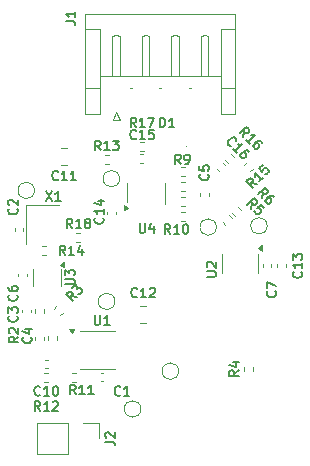
<source format=gbr>
%TF.GenerationSoftware,KiCad,Pcbnew,8.0.0*%
%TF.CreationDate,2024-03-24T11:45:01-04:00*%
%TF.ProjectId,sensor,73656e73-6f72-42e6-9b69-6361645f7063,rev?*%
%TF.SameCoordinates,Original*%
%TF.FileFunction,Legend,Top*%
%TF.FilePolarity,Positive*%
%FSLAX46Y46*%
G04 Gerber Fmt 4.6, Leading zero omitted, Abs format (unit mm)*
G04 Created by KiCad (PCBNEW 8.0.0) date 2024-03-24 11:45:01*
%MOMM*%
%LPD*%
G01*
G04 APERTURE LIST*
%ADD10C,0.127000*%
%ADD11C,0.150000*%
%ADD12C,0.120000*%
%ADD13C,0.100000*%
G04 APERTURE END LIST*
D10*
X98479317Y-61293372D02*
X98560129Y-60835436D01*
X98156068Y-60970123D02*
X98721754Y-60404437D01*
X98721754Y-60404437D02*
X98937253Y-60619937D01*
X98937253Y-60619937D02*
X98964191Y-60700749D01*
X98964191Y-60700749D02*
X98964191Y-60754624D01*
X98964191Y-60754624D02*
X98937253Y-60835436D01*
X98937253Y-60835436D02*
X98856441Y-60916248D01*
X98856441Y-60916248D02*
X98775629Y-60943185D01*
X98775629Y-60943185D02*
X98721754Y-60943185D01*
X98721754Y-60943185D02*
X98640942Y-60916248D01*
X98640942Y-60916248D02*
X98425442Y-60700749D01*
X99018065Y-61832120D02*
X98694817Y-61508871D01*
X98856441Y-61670495D02*
X99422126Y-61104810D01*
X99422126Y-61104810D02*
X99287439Y-61131747D01*
X99287439Y-61131747D02*
X99179690Y-61131747D01*
X99179690Y-61131747D02*
X99098878Y-61104810D01*
X100068624Y-61751308D02*
X99960875Y-61643558D01*
X99960875Y-61643558D02*
X99880062Y-61616621D01*
X99880062Y-61616621D02*
X99826188Y-61616621D01*
X99826188Y-61616621D02*
X99691501Y-61643558D01*
X99691501Y-61643558D02*
X99556814Y-61724370D01*
X99556814Y-61724370D02*
X99341314Y-61939869D01*
X99341314Y-61939869D02*
X99314377Y-62020682D01*
X99314377Y-62020682D02*
X99314377Y-62074556D01*
X99314377Y-62074556D02*
X99341314Y-62155369D01*
X99341314Y-62155369D02*
X99449064Y-62263118D01*
X99449064Y-62263118D02*
X99529876Y-62290056D01*
X99529876Y-62290056D02*
X99583751Y-62290056D01*
X99583751Y-62290056D02*
X99664563Y-62263118D01*
X99664563Y-62263118D02*
X99799250Y-62128431D01*
X99799250Y-62128431D02*
X99826188Y-62047619D01*
X99826188Y-62047619D02*
X99826188Y-61993744D01*
X99826188Y-61993744D02*
X99799250Y-61912932D01*
X99799250Y-61912932D02*
X99691501Y-61805182D01*
X99691501Y-61805182D02*
X99610688Y-61778245D01*
X99610688Y-61778245D02*
X99556814Y-61778245D01*
X99556814Y-61778245D02*
X99476001Y-61805182D01*
X83463491Y-51466666D02*
X84034919Y-51466666D01*
X84034919Y-51466666D02*
X84149205Y-51504761D01*
X84149205Y-51504761D02*
X84225396Y-51580952D01*
X84225396Y-51580952D02*
X84263491Y-51695237D01*
X84263491Y-51695237D02*
X84263491Y-51771428D01*
X84263491Y-50666666D02*
X84263491Y-51123809D01*
X84263491Y-50895237D02*
X83463491Y-50895237D01*
X83463491Y-50895237D02*
X83577776Y-50971428D01*
X83577776Y-50971428D02*
X83653967Y-51047618D01*
X83653967Y-51047618D02*
X83692062Y-51123809D01*
X95487300Y-64433332D02*
X95525396Y-64471428D01*
X95525396Y-64471428D02*
X95563491Y-64585713D01*
X95563491Y-64585713D02*
X95563491Y-64661904D01*
X95563491Y-64661904D02*
X95525396Y-64776190D01*
X95525396Y-64776190D02*
X95449205Y-64852380D01*
X95449205Y-64852380D02*
X95373015Y-64890475D01*
X95373015Y-64890475D02*
X95220634Y-64928571D01*
X95220634Y-64928571D02*
X95106348Y-64928571D01*
X95106348Y-64928571D02*
X94953967Y-64890475D01*
X94953967Y-64890475D02*
X94877776Y-64852380D01*
X94877776Y-64852380D02*
X94801586Y-64776190D01*
X94801586Y-64776190D02*
X94763491Y-64661904D01*
X94763491Y-64661904D02*
X94763491Y-64585713D01*
X94763491Y-64585713D02*
X94801586Y-64471428D01*
X94801586Y-64471428D02*
X94839681Y-64433332D01*
X94763491Y-63709523D02*
X94763491Y-64090475D01*
X94763491Y-64090475D02*
X95144443Y-64128571D01*
X95144443Y-64128571D02*
X95106348Y-64090475D01*
X95106348Y-64090475D02*
X95068253Y-64014285D01*
X95068253Y-64014285D02*
X95068253Y-63823809D01*
X95068253Y-63823809D02*
X95106348Y-63747618D01*
X95106348Y-63747618D02*
X95144443Y-63709523D01*
X95144443Y-63709523D02*
X95220634Y-63671428D01*
X95220634Y-63671428D02*
X95411110Y-63671428D01*
X95411110Y-63671428D02*
X95487300Y-63709523D01*
X95487300Y-63709523D02*
X95525396Y-63747618D01*
X95525396Y-63747618D02*
X95563491Y-63823809D01*
X95563491Y-63823809D02*
X95563491Y-64014285D01*
X95563491Y-64014285D02*
X95525396Y-64090475D01*
X95525396Y-64090475D02*
X95487300Y-64128571D01*
X79287300Y-74633332D02*
X79325396Y-74671428D01*
X79325396Y-74671428D02*
X79363491Y-74785713D01*
X79363491Y-74785713D02*
X79363491Y-74861904D01*
X79363491Y-74861904D02*
X79325396Y-74976190D01*
X79325396Y-74976190D02*
X79249205Y-75052380D01*
X79249205Y-75052380D02*
X79173015Y-75090475D01*
X79173015Y-75090475D02*
X79020634Y-75128571D01*
X79020634Y-75128571D02*
X78906348Y-75128571D01*
X78906348Y-75128571D02*
X78753967Y-75090475D01*
X78753967Y-75090475D02*
X78677776Y-75052380D01*
X78677776Y-75052380D02*
X78601586Y-74976190D01*
X78601586Y-74976190D02*
X78563491Y-74861904D01*
X78563491Y-74861904D02*
X78563491Y-74785713D01*
X78563491Y-74785713D02*
X78601586Y-74671428D01*
X78601586Y-74671428D02*
X78639681Y-74633332D01*
X78563491Y-73947618D02*
X78563491Y-74099999D01*
X78563491Y-74099999D02*
X78601586Y-74176190D01*
X78601586Y-74176190D02*
X78639681Y-74214285D01*
X78639681Y-74214285D02*
X78753967Y-74290475D01*
X78753967Y-74290475D02*
X78906348Y-74328571D01*
X78906348Y-74328571D02*
X79211110Y-74328571D01*
X79211110Y-74328571D02*
X79287300Y-74290475D01*
X79287300Y-74290475D02*
X79325396Y-74252380D01*
X79325396Y-74252380D02*
X79363491Y-74176190D01*
X79363491Y-74176190D02*
X79363491Y-74023809D01*
X79363491Y-74023809D02*
X79325396Y-73947618D01*
X79325396Y-73947618D02*
X79287300Y-73909523D01*
X79287300Y-73909523D02*
X79211110Y-73871428D01*
X79211110Y-73871428D02*
X79020634Y-73871428D01*
X79020634Y-73871428D02*
X78944443Y-73909523D01*
X78944443Y-73909523D02*
X78906348Y-73947618D01*
X78906348Y-73947618D02*
X78868253Y-74023809D01*
X78868253Y-74023809D02*
X78868253Y-74176190D01*
X78868253Y-74176190D02*
X78906348Y-74252380D01*
X78906348Y-74252380D02*
X78944443Y-74290475D01*
X78944443Y-74290475D02*
X79020634Y-74328571D01*
D11*
X81752380Y-65862295D02*
X82285714Y-66662295D01*
X82285714Y-65862295D02*
X81752380Y-66662295D01*
X83009523Y-66662295D02*
X82552380Y-66662295D01*
X82780952Y-66662295D02*
X82780952Y-65862295D01*
X82780952Y-65862295D02*
X82704761Y-65976580D01*
X82704761Y-65976580D02*
X82628571Y-66052771D01*
X82628571Y-66052771D02*
X82552380Y-66090866D01*
D10*
X89385714Y-60463491D02*
X89119047Y-60082538D01*
X88928571Y-60463491D02*
X88928571Y-59663491D01*
X88928571Y-59663491D02*
X89233333Y-59663491D01*
X89233333Y-59663491D02*
X89309523Y-59701586D01*
X89309523Y-59701586D02*
X89347618Y-59739681D01*
X89347618Y-59739681D02*
X89385714Y-59815872D01*
X89385714Y-59815872D02*
X89385714Y-59930157D01*
X89385714Y-59930157D02*
X89347618Y-60006348D01*
X89347618Y-60006348D02*
X89309523Y-60044443D01*
X89309523Y-60044443D02*
X89233333Y-60082538D01*
X89233333Y-60082538D02*
X88928571Y-60082538D01*
X90147618Y-60463491D02*
X89690475Y-60463491D01*
X89919047Y-60463491D02*
X89919047Y-59663491D01*
X89919047Y-59663491D02*
X89842856Y-59777776D01*
X89842856Y-59777776D02*
X89766666Y-59853967D01*
X89766666Y-59853967D02*
X89690475Y-59892062D01*
X90414285Y-59663491D02*
X90947619Y-59663491D01*
X90947619Y-59663491D02*
X90604761Y-60463491D01*
X83988214Y-68993491D02*
X83721547Y-68612538D01*
X83531071Y-68993491D02*
X83531071Y-68193491D01*
X83531071Y-68193491D02*
X83835833Y-68193491D01*
X83835833Y-68193491D02*
X83912023Y-68231586D01*
X83912023Y-68231586D02*
X83950118Y-68269681D01*
X83950118Y-68269681D02*
X83988214Y-68345872D01*
X83988214Y-68345872D02*
X83988214Y-68460157D01*
X83988214Y-68460157D02*
X83950118Y-68536348D01*
X83950118Y-68536348D02*
X83912023Y-68574443D01*
X83912023Y-68574443D02*
X83835833Y-68612538D01*
X83835833Y-68612538D02*
X83531071Y-68612538D01*
X84750118Y-68993491D02*
X84292975Y-68993491D01*
X84521547Y-68993491D02*
X84521547Y-68193491D01*
X84521547Y-68193491D02*
X84445356Y-68307776D01*
X84445356Y-68307776D02*
X84369166Y-68383967D01*
X84369166Y-68383967D02*
X84292975Y-68422062D01*
X85207261Y-68536348D02*
X85131071Y-68498253D01*
X85131071Y-68498253D02*
X85092976Y-68460157D01*
X85092976Y-68460157D02*
X85054880Y-68383967D01*
X85054880Y-68383967D02*
X85054880Y-68345872D01*
X85054880Y-68345872D02*
X85092976Y-68269681D01*
X85092976Y-68269681D02*
X85131071Y-68231586D01*
X85131071Y-68231586D02*
X85207261Y-68193491D01*
X85207261Y-68193491D02*
X85359642Y-68193491D01*
X85359642Y-68193491D02*
X85435833Y-68231586D01*
X85435833Y-68231586D02*
X85473928Y-68269681D01*
X85473928Y-68269681D02*
X85512023Y-68345872D01*
X85512023Y-68345872D02*
X85512023Y-68383967D01*
X85512023Y-68383967D02*
X85473928Y-68460157D01*
X85473928Y-68460157D02*
X85435833Y-68498253D01*
X85435833Y-68498253D02*
X85359642Y-68536348D01*
X85359642Y-68536348D02*
X85207261Y-68536348D01*
X85207261Y-68536348D02*
X85131071Y-68574443D01*
X85131071Y-68574443D02*
X85092976Y-68612538D01*
X85092976Y-68612538D02*
X85054880Y-68688729D01*
X85054880Y-68688729D02*
X85054880Y-68841110D01*
X85054880Y-68841110D02*
X85092976Y-68917300D01*
X85092976Y-68917300D02*
X85131071Y-68955396D01*
X85131071Y-68955396D02*
X85207261Y-68993491D01*
X85207261Y-68993491D02*
X85359642Y-68993491D01*
X85359642Y-68993491D02*
X85435833Y-68955396D01*
X85435833Y-68955396D02*
X85473928Y-68917300D01*
X85473928Y-68917300D02*
X85512023Y-68841110D01*
X85512023Y-68841110D02*
X85512023Y-68688729D01*
X85512023Y-68688729D02*
X85473928Y-68612538D01*
X85473928Y-68612538D02*
X85435833Y-68574443D01*
X85435833Y-68574443D02*
X85359642Y-68536348D01*
X99620687Y-65247997D02*
X99162751Y-65167185D01*
X99297438Y-65571246D02*
X98731752Y-65005560D01*
X98731752Y-65005560D02*
X98947252Y-64790061D01*
X98947252Y-64790061D02*
X99028064Y-64763123D01*
X99028064Y-64763123D02*
X99081939Y-64763123D01*
X99081939Y-64763123D02*
X99162751Y-64790061D01*
X99162751Y-64790061D02*
X99243563Y-64870873D01*
X99243563Y-64870873D02*
X99270500Y-64951685D01*
X99270500Y-64951685D02*
X99270500Y-65005560D01*
X99270500Y-65005560D02*
X99243563Y-65086372D01*
X99243563Y-65086372D02*
X99028064Y-65301872D01*
X100159435Y-64709249D02*
X99836186Y-65032497D01*
X99997810Y-64870873D02*
X99432125Y-64305188D01*
X99432125Y-64305188D02*
X99459062Y-64439875D01*
X99459062Y-64439875D02*
X99459062Y-64547624D01*
X99459062Y-64547624D02*
X99432125Y-64628436D01*
X100105560Y-63631752D02*
X99836186Y-63901126D01*
X99836186Y-63901126D02*
X100078623Y-64197438D01*
X100078623Y-64197438D02*
X100078623Y-64143563D01*
X100078623Y-64143563D02*
X100105560Y-64062751D01*
X100105560Y-64062751D02*
X100240247Y-63928064D01*
X100240247Y-63928064D02*
X100321059Y-63901126D01*
X100321059Y-63901126D02*
X100374934Y-63901126D01*
X100374934Y-63901126D02*
X100455746Y-63928064D01*
X100455746Y-63928064D02*
X100590433Y-64062751D01*
X100590433Y-64062751D02*
X100617371Y-64143563D01*
X100617371Y-64143563D02*
X100617371Y-64197438D01*
X100617371Y-64197438D02*
X100590433Y-64278250D01*
X100590433Y-64278250D02*
X100455746Y-64412937D01*
X100455746Y-64412937D02*
X100374934Y-64439874D01*
X100374934Y-64439874D02*
X100321059Y-64439874D01*
X84285714Y-83063491D02*
X84019047Y-82682538D01*
X83828571Y-83063491D02*
X83828571Y-82263491D01*
X83828571Y-82263491D02*
X84133333Y-82263491D01*
X84133333Y-82263491D02*
X84209523Y-82301586D01*
X84209523Y-82301586D02*
X84247618Y-82339681D01*
X84247618Y-82339681D02*
X84285714Y-82415872D01*
X84285714Y-82415872D02*
X84285714Y-82530157D01*
X84285714Y-82530157D02*
X84247618Y-82606348D01*
X84247618Y-82606348D02*
X84209523Y-82644443D01*
X84209523Y-82644443D02*
X84133333Y-82682538D01*
X84133333Y-82682538D02*
X83828571Y-82682538D01*
X85047618Y-83063491D02*
X84590475Y-83063491D01*
X84819047Y-83063491D02*
X84819047Y-82263491D01*
X84819047Y-82263491D02*
X84742856Y-82377776D01*
X84742856Y-82377776D02*
X84666666Y-82453967D01*
X84666666Y-82453967D02*
X84590475Y-82492062D01*
X85809523Y-83063491D02*
X85352380Y-83063491D01*
X85580952Y-83063491D02*
X85580952Y-82263491D01*
X85580952Y-82263491D02*
X85504761Y-82377776D01*
X85504761Y-82377776D02*
X85428571Y-82453967D01*
X85428571Y-82453967D02*
X85352380Y-82492062D01*
X88066667Y-83087300D02*
X88028571Y-83125396D01*
X88028571Y-83125396D02*
X87914286Y-83163491D01*
X87914286Y-83163491D02*
X87838095Y-83163491D01*
X87838095Y-83163491D02*
X87723809Y-83125396D01*
X87723809Y-83125396D02*
X87647619Y-83049205D01*
X87647619Y-83049205D02*
X87609524Y-82973015D01*
X87609524Y-82973015D02*
X87571428Y-82820634D01*
X87571428Y-82820634D02*
X87571428Y-82706348D01*
X87571428Y-82706348D02*
X87609524Y-82553967D01*
X87609524Y-82553967D02*
X87647619Y-82477776D01*
X87647619Y-82477776D02*
X87723809Y-82401586D01*
X87723809Y-82401586D02*
X87838095Y-82363491D01*
X87838095Y-82363491D02*
X87914286Y-82363491D01*
X87914286Y-82363491D02*
X88028571Y-82401586D01*
X88028571Y-82401586D02*
X88066667Y-82439681D01*
X88828571Y-83163491D02*
X88371428Y-83163491D01*
X88600000Y-83163491D02*
X88600000Y-82363491D01*
X88600000Y-82363491D02*
X88523809Y-82477776D01*
X88523809Y-82477776D02*
X88447619Y-82553967D01*
X88447619Y-82553967D02*
X88371428Y-82592062D01*
X79438491Y-78208332D02*
X79057538Y-78474999D01*
X79438491Y-78665475D02*
X78638491Y-78665475D01*
X78638491Y-78665475D02*
X78638491Y-78360713D01*
X78638491Y-78360713D02*
X78676586Y-78284523D01*
X78676586Y-78284523D02*
X78714681Y-78246428D01*
X78714681Y-78246428D02*
X78790872Y-78208332D01*
X78790872Y-78208332D02*
X78905157Y-78208332D01*
X78905157Y-78208332D02*
X78981348Y-78246428D01*
X78981348Y-78246428D02*
X79019443Y-78284523D01*
X79019443Y-78284523D02*
X79057538Y-78360713D01*
X79057538Y-78360713D02*
X79057538Y-78665475D01*
X78714681Y-77903571D02*
X78676586Y-77865475D01*
X78676586Y-77865475D02*
X78638491Y-77789285D01*
X78638491Y-77789285D02*
X78638491Y-77598809D01*
X78638491Y-77598809D02*
X78676586Y-77522618D01*
X78676586Y-77522618D02*
X78714681Y-77484523D01*
X78714681Y-77484523D02*
X78790872Y-77446428D01*
X78790872Y-77446428D02*
X78867062Y-77446428D01*
X78867062Y-77446428D02*
X78981348Y-77484523D01*
X78981348Y-77484523D02*
X79438491Y-77941666D01*
X79438491Y-77941666D02*
X79438491Y-77446428D01*
X86793491Y-87066666D02*
X87364919Y-87066666D01*
X87364919Y-87066666D02*
X87479205Y-87104761D01*
X87479205Y-87104761D02*
X87555396Y-87180952D01*
X87555396Y-87180952D02*
X87593491Y-87295237D01*
X87593491Y-87295237D02*
X87593491Y-87371428D01*
X86869681Y-86723809D02*
X86831586Y-86685713D01*
X86831586Y-86685713D02*
X86793491Y-86609523D01*
X86793491Y-86609523D02*
X86793491Y-86419047D01*
X86793491Y-86419047D02*
X86831586Y-86342856D01*
X86831586Y-86342856D02*
X86869681Y-86304761D01*
X86869681Y-86304761D02*
X86945872Y-86266666D01*
X86945872Y-86266666D02*
X87022062Y-86266666D01*
X87022062Y-86266666D02*
X87136348Y-86304761D01*
X87136348Y-86304761D02*
X87593491Y-86761904D01*
X87593491Y-86761904D02*
X87593491Y-86266666D01*
X79287300Y-67333332D02*
X79325396Y-67371428D01*
X79325396Y-67371428D02*
X79363491Y-67485713D01*
X79363491Y-67485713D02*
X79363491Y-67561904D01*
X79363491Y-67561904D02*
X79325396Y-67676190D01*
X79325396Y-67676190D02*
X79249205Y-67752380D01*
X79249205Y-67752380D02*
X79173015Y-67790475D01*
X79173015Y-67790475D02*
X79020634Y-67828571D01*
X79020634Y-67828571D02*
X78906348Y-67828571D01*
X78906348Y-67828571D02*
X78753967Y-67790475D01*
X78753967Y-67790475D02*
X78677776Y-67752380D01*
X78677776Y-67752380D02*
X78601586Y-67676190D01*
X78601586Y-67676190D02*
X78563491Y-67561904D01*
X78563491Y-67561904D02*
X78563491Y-67485713D01*
X78563491Y-67485713D02*
X78601586Y-67371428D01*
X78601586Y-67371428D02*
X78639681Y-67333332D01*
X78639681Y-67028571D02*
X78601586Y-66990475D01*
X78601586Y-66990475D02*
X78563491Y-66914285D01*
X78563491Y-66914285D02*
X78563491Y-66723809D01*
X78563491Y-66723809D02*
X78601586Y-66647618D01*
X78601586Y-66647618D02*
X78639681Y-66609523D01*
X78639681Y-66609523D02*
X78715872Y-66571428D01*
X78715872Y-66571428D02*
X78792062Y-66571428D01*
X78792062Y-66571428D02*
X78906348Y-66609523D01*
X78906348Y-66609523D02*
X79363491Y-67066666D01*
X79363491Y-67066666D02*
X79363491Y-66571428D01*
X95363491Y-73109523D02*
X96011110Y-73109523D01*
X96011110Y-73109523D02*
X96087300Y-73071428D01*
X96087300Y-73071428D02*
X96125396Y-73033333D01*
X96125396Y-73033333D02*
X96163491Y-72957142D01*
X96163491Y-72957142D02*
X96163491Y-72804761D01*
X96163491Y-72804761D02*
X96125396Y-72728571D01*
X96125396Y-72728571D02*
X96087300Y-72690476D01*
X96087300Y-72690476D02*
X96011110Y-72652380D01*
X96011110Y-72652380D02*
X95363491Y-72652380D01*
X95439681Y-72309524D02*
X95401586Y-72271428D01*
X95401586Y-72271428D02*
X95363491Y-72195238D01*
X95363491Y-72195238D02*
X95363491Y-72004762D01*
X95363491Y-72004762D02*
X95401586Y-71928571D01*
X95401586Y-71928571D02*
X95439681Y-71890476D01*
X95439681Y-71890476D02*
X95515872Y-71852381D01*
X95515872Y-71852381D02*
X95592062Y-71852381D01*
X95592062Y-71852381D02*
X95706348Y-71890476D01*
X95706348Y-71890476D02*
X96163491Y-72347619D01*
X96163491Y-72347619D02*
X96163491Y-71852381D01*
X98093491Y-81033332D02*
X97712538Y-81299999D01*
X98093491Y-81490475D02*
X97293491Y-81490475D01*
X97293491Y-81490475D02*
X97293491Y-81185713D01*
X97293491Y-81185713D02*
X97331586Y-81109523D01*
X97331586Y-81109523D02*
X97369681Y-81071428D01*
X97369681Y-81071428D02*
X97445872Y-81033332D01*
X97445872Y-81033332D02*
X97560157Y-81033332D01*
X97560157Y-81033332D02*
X97636348Y-81071428D01*
X97636348Y-81071428D02*
X97674443Y-81109523D01*
X97674443Y-81109523D02*
X97712538Y-81185713D01*
X97712538Y-81185713D02*
X97712538Y-81490475D01*
X97560157Y-80347618D02*
X98093491Y-80347618D01*
X97255396Y-80538094D02*
X97826824Y-80728571D01*
X97826824Y-80728571D02*
X97826824Y-80233332D01*
X91409524Y-60463491D02*
X91409524Y-59663491D01*
X91409524Y-59663491D02*
X91600000Y-59663491D01*
X91600000Y-59663491D02*
X91714286Y-59701586D01*
X91714286Y-59701586D02*
X91790476Y-59777776D01*
X91790476Y-59777776D02*
X91828571Y-59853967D01*
X91828571Y-59853967D02*
X91866667Y-60006348D01*
X91866667Y-60006348D02*
X91866667Y-60120634D01*
X91866667Y-60120634D02*
X91828571Y-60273015D01*
X91828571Y-60273015D02*
X91790476Y-60349205D01*
X91790476Y-60349205D02*
X91714286Y-60425396D01*
X91714286Y-60425396D02*
X91600000Y-60463491D01*
X91600000Y-60463491D02*
X91409524Y-60463491D01*
X92628571Y-60463491D02*
X92171428Y-60463491D01*
X92400000Y-60463491D02*
X92400000Y-59663491D01*
X92400000Y-59663491D02*
X92323809Y-59777776D01*
X92323809Y-59777776D02*
X92247619Y-59853967D01*
X92247619Y-59853967D02*
X92171428Y-59892062D01*
X80487300Y-78233332D02*
X80525396Y-78271428D01*
X80525396Y-78271428D02*
X80563491Y-78385713D01*
X80563491Y-78385713D02*
X80563491Y-78461904D01*
X80563491Y-78461904D02*
X80525396Y-78576190D01*
X80525396Y-78576190D02*
X80449205Y-78652380D01*
X80449205Y-78652380D02*
X80373015Y-78690475D01*
X80373015Y-78690475D02*
X80220634Y-78728571D01*
X80220634Y-78728571D02*
X80106348Y-78728571D01*
X80106348Y-78728571D02*
X79953967Y-78690475D01*
X79953967Y-78690475D02*
X79877776Y-78652380D01*
X79877776Y-78652380D02*
X79801586Y-78576190D01*
X79801586Y-78576190D02*
X79763491Y-78461904D01*
X79763491Y-78461904D02*
X79763491Y-78385713D01*
X79763491Y-78385713D02*
X79801586Y-78271428D01*
X79801586Y-78271428D02*
X79839681Y-78233332D01*
X80030157Y-77547618D02*
X80563491Y-77547618D01*
X79725396Y-77738094D02*
X80296824Y-77928571D01*
X80296824Y-77928571D02*
X80296824Y-77433332D01*
X89385714Y-61387300D02*
X89347618Y-61425396D01*
X89347618Y-61425396D02*
X89233333Y-61463491D01*
X89233333Y-61463491D02*
X89157142Y-61463491D01*
X89157142Y-61463491D02*
X89042856Y-61425396D01*
X89042856Y-61425396D02*
X88966666Y-61349205D01*
X88966666Y-61349205D02*
X88928571Y-61273015D01*
X88928571Y-61273015D02*
X88890475Y-61120634D01*
X88890475Y-61120634D02*
X88890475Y-61006348D01*
X88890475Y-61006348D02*
X88928571Y-60853967D01*
X88928571Y-60853967D02*
X88966666Y-60777776D01*
X88966666Y-60777776D02*
X89042856Y-60701586D01*
X89042856Y-60701586D02*
X89157142Y-60663491D01*
X89157142Y-60663491D02*
X89233333Y-60663491D01*
X89233333Y-60663491D02*
X89347618Y-60701586D01*
X89347618Y-60701586D02*
X89385714Y-60739681D01*
X90147618Y-61463491D02*
X89690475Y-61463491D01*
X89919047Y-61463491D02*
X89919047Y-60663491D01*
X89919047Y-60663491D02*
X89842856Y-60777776D01*
X89842856Y-60777776D02*
X89766666Y-60853967D01*
X89766666Y-60853967D02*
X89690475Y-60892062D01*
X90871428Y-60663491D02*
X90490476Y-60663491D01*
X90490476Y-60663491D02*
X90452380Y-61044443D01*
X90452380Y-61044443D02*
X90490476Y-61006348D01*
X90490476Y-61006348D02*
X90566666Y-60968253D01*
X90566666Y-60968253D02*
X90757142Y-60968253D01*
X90757142Y-60968253D02*
X90833333Y-61006348D01*
X90833333Y-61006348D02*
X90871428Y-61044443D01*
X90871428Y-61044443D02*
X90909523Y-61120634D01*
X90909523Y-61120634D02*
X90909523Y-61311110D01*
X90909523Y-61311110D02*
X90871428Y-61387300D01*
X90871428Y-61387300D02*
X90833333Y-61425396D01*
X90833333Y-61425396D02*
X90757142Y-61463491D01*
X90757142Y-61463491D02*
X90566666Y-61463491D01*
X90566666Y-61463491D02*
X90490476Y-61425396D01*
X90490476Y-61425396D02*
X90452380Y-61387300D01*
X99148692Y-67362746D02*
X99229504Y-66904810D01*
X98825443Y-67039497D02*
X99391128Y-66473812D01*
X99391128Y-66473812D02*
X99606628Y-66689311D01*
X99606628Y-66689311D02*
X99633565Y-66770123D01*
X99633565Y-66770123D02*
X99633565Y-66823998D01*
X99633565Y-66823998D02*
X99606628Y-66904810D01*
X99606628Y-66904810D02*
X99525815Y-66985622D01*
X99525815Y-66985622D02*
X99445003Y-67012560D01*
X99445003Y-67012560D02*
X99391128Y-67012560D01*
X99391128Y-67012560D02*
X99310316Y-66985622D01*
X99310316Y-66985622D02*
X99094817Y-66770123D01*
X100226188Y-67308871D02*
X99956814Y-67039497D01*
X99956814Y-67039497D02*
X99660502Y-67281934D01*
X99660502Y-67281934D02*
X99714377Y-67281934D01*
X99714377Y-67281934D02*
X99795189Y-67308871D01*
X99795189Y-67308871D02*
X99929876Y-67443558D01*
X99929876Y-67443558D02*
X99956814Y-67524370D01*
X99956814Y-67524370D02*
X99956814Y-67578245D01*
X99956814Y-67578245D02*
X99929876Y-67659057D01*
X99929876Y-67659057D02*
X99795189Y-67793744D01*
X99795189Y-67793744D02*
X99714377Y-67820682D01*
X99714377Y-67820682D02*
X99660502Y-67820682D01*
X99660502Y-67820682D02*
X99579690Y-67793744D01*
X99579690Y-67793744D02*
X99445003Y-67659057D01*
X99445003Y-67659057D02*
X99418066Y-67578245D01*
X99418066Y-67578245D02*
X99418066Y-67524370D01*
X97433192Y-62039497D02*
X97379317Y-62039497D01*
X97379317Y-62039497D02*
X97271568Y-61985622D01*
X97271568Y-61985622D02*
X97217693Y-61931747D01*
X97217693Y-61931747D02*
X97163818Y-61823998D01*
X97163818Y-61823998D02*
X97163818Y-61716248D01*
X97163818Y-61716248D02*
X97190755Y-61635436D01*
X97190755Y-61635436D02*
X97271568Y-61500749D01*
X97271568Y-61500749D02*
X97352380Y-61419937D01*
X97352380Y-61419937D02*
X97487067Y-61339124D01*
X97487067Y-61339124D02*
X97567879Y-61312187D01*
X97567879Y-61312187D02*
X97675629Y-61312187D01*
X97675629Y-61312187D02*
X97783378Y-61366062D01*
X97783378Y-61366062D02*
X97837253Y-61419937D01*
X97837253Y-61419937D02*
X97891128Y-61527686D01*
X97891128Y-61527686D02*
X97891128Y-61581561D01*
X97918065Y-62632120D02*
X97594817Y-62308871D01*
X97756441Y-62470495D02*
X98322126Y-61904810D01*
X98322126Y-61904810D02*
X98187439Y-61931747D01*
X98187439Y-61931747D02*
X98079690Y-61931747D01*
X98079690Y-61931747D02*
X97998878Y-61904810D01*
X98968624Y-62551308D02*
X98860875Y-62443558D01*
X98860875Y-62443558D02*
X98780062Y-62416621D01*
X98780062Y-62416621D02*
X98726188Y-62416621D01*
X98726188Y-62416621D02*
X98591501Y-62443558D01*
X98591501Y-62443558D02*
X98456814Y-62524370D01*
X98456814Y-62524370D02*
X98241314Y-62739869D01*
X98241314Y-62739869D02*
X98214377Y-62820682D01*
X98214377Y-62820682D02*
X98214377Y-62874556D01*
X98214377Y-62874556D02*
X98241314Y-62955369D01*
X98241314Y-62955369D02*
X98349064Y-63063118D01*
X98349064Y-63063118D02*
X98429876Y-63090056D01*
X98429876Y-63090056D02*
X98483751Y-63090056D01*
X98483751Y-63090056D02*
X98564563Y-63063118D01*
X98564563Y-63063118D02*
X98699250Y-62928431D01*
X98699250Y-62928431D02*
X98726188Y-62847619D01*
X98726188Y-62847619D02*
X98726188Y-62793744D01*
X98726188Y-62793744D02*
X98699250Y-62712932D01*
X98699250Y-62712932D02*
X98591501Y-62605182D01*
X98591501Y-62605182D02*
X98510688Y-62578245D01*
X98510688Y-62578245D02*
X98456814Y-62578245D01*
X98456814Y-62578245D02*
X98376001Y-62605182D01*
X103387300Y-72681785D02*
X103425396Y-72719881D01*
X103425396Y-72719881D02*
X103463491Y-72834166D01*
X103463491Y-72834166D02*
X103463491Y-72910357D01*
X103463491Y-72910357D02*
X103425396Y-73024643D01*
X103425396Y-73024643D02*
X103349205Y-73100833D01*
X103349205Y-73100833D02*
X103273015Y-73138928D01*
X103273015Y-73138928D02*
X103120634Y-73177024D01*
X103120634Y-73177024D02*
X103006348Y-73177024D01*
X103006348Y-73177024D02*
X102853967Y-73138928D01*
X102853967Y-73138928D02*
X102777776Y-73100833D01*
X102777776Y-73100833D02*
X102701586Y-73024643D01*
X102701586Y-73024643D02*
X102663491Y-72910357D01*
X102663491Y-72910357D02*
X102663491Y-72834166D01*
X102663491Y-72834166D02*
X102701586Y-72719881D01*
X102701586Y-72719881D02*
X102739681Y-72681785D01*
X103463491Y-71919881D02*
X103463491Y-72377024D01*
X103463491Y-72148452D02*
X102663491Y-72148452D01*
X102663491Y-72148452D02*
X102777776Y-72224643D01*
X102777776Y-72224643D02*
X102853967Y-72300833D01*
X102853967Y-72300833D02*
X102892062Y-72377024D01*
X102663491Y-71653214D02*
X102663491Y-71157976D01*
X102663491Y-71157976D02*
X102968253Y-71424642D01*
X102968253Y-71424642D02*
X102968253Y-71310357D01*
X102968253Y-71310357D02*
X103006348Y-71234166D01*
X103006348Y-71234166D02*
X103044443Y-71196071D01*
X103044443Y-71196071D02*
X103120634Y-71157976D01*
X103120634Y-71157976D02*
X103311110Y-71157976D01*
X103311110Y-71157976D02*
X103387300Y-71196071D01*
X103387300Y-71196071D02*
X103425396Y-71234166D01*
X103425396Y-71234166D02*
X103463491Y-71310357D01*
X103463491Y-71310357D02*
X103463491Y-71538928D01*
X103463491Y-71538928D02*
X103425396Y-71615119D01*
X103425396Y-71615119D02*
X103387300Y-71653214D01*
X101187300Y-74333332D02*
X101225396Y-74371428D01*
X101225396Y-74371428D02*
X101263491Y-74485713D01*
X101263491Y-74485713D02*
X101263491Y-74561904D01*
X101263491Y-74561904D02*
X101225396Y-74676190D01*
X101225396Y-74676190D02*
X101149205Y-74752380D01*
X101149205Y-74752380D02*
X101073015Y-74790475D01*
X101073015Y-74790475D02*
X100920634Y-74828571D01*
X100920634Y-74828571D02*
X100806348Y-74828571D01*
X100806348Y-74828571D02*
X100653967Y-74790475D01*
X100653967Y-74790475D02*
X100577776Y-74752380D01*
X100577776Y-74752380D02*
X100501586Y-74676190D01*
X100501586Y-74676190D02*
X100463491Y-74561904D01*
X100463491Y-74561904D02*
X100463491Y-74485713D01*
X100463491Y-74485713D02*
X100501586Y-74371428D01*
X100501586Y-74371428D02*
X100539681Y-74333332D01*
X100463491Y-74066666D02*
X100463491Y-73533332D01*
X100463491Y-73533332D02*
X101263491Y-73876190D01*
X84362746Y-74851307D02*
X83904810Y-74770495D01*
X84039497Y-75174556D02*
X83473812Y-74608871D01*
X83473812Y-74608871D02*
X83689311Y-74393371D01*
X83689311Y-74393371D02*
X83770123Y-74366434D01*
X83770123Y-74366434D02*
X83823998Y-74366434D01*
X83823998Y-74366434D02*
X83904810Y-74393371D01*
X83904810Y-74393371D02*
X83985622Y-74474184D01*
X83985622Y-74474184D02*
X84012560Y-74554996D01*
X84012560Y-74554996D02*
X84012560Y-74608871D01*
X84012560Y-74608871D02*
X83985622Y-74689683D01*
X83985622Y-74689683D02*
X83770123Y-74905182D01*
X83985622Y-74097060D02*
X84335809Y-73746874D01*
X84335809Y-73746874D02*
X84362746Y-74150935D01*
X84362746Y-74150935D02*
X84443558Y-74070123D01*
X84443558Y-74070123D02*
X84524370Y-74043185D01*
X84524370Y-74043185D02*
X84578245Y-74043185D01*
X84578245Y-74043185D02*
X84659057Y-74070123D01*
X84659057Y-74070123D02*
X84793744Y-74204810D01*
X84793744Y-74204810D02*
X84820682Y-74285622D01*
X84820682Y-74285622D02*
X84820682Y-74339497D01*
X84820682Y-74339497D02*
X84793744Y-74420309D01*
X84793744Y-74420309D02*
X84632120Y-74581933D01*
X84632120Y-74581933D02*
X84551308Y-74608871D01*
X84551308Y-74608871D02*
X84497433Y-74608871D01*
X79287300Y-76433332D02*
X79325396Y-76471428D01*
X79325396Y-76471428D02*
X79363491Y-76585713D01*
X79363491Y-76585713D02*
X79363491Y-76661904D01*
X79363491Y-76661904D02*
X79325396Y-76776190D01*
X79325396Y-76776190D02*
X79249205Y-76852380D01*
X79249205Y-76852380D02*
X79173015Y-76890475D01*
X79173015Y-76890475D02*
X79020634Y-76928571D01*
X79020634Y-76928571D02*
X78906348Y-76928571D01*
X78906348Y-76928571D02*
X78753967Y-76890475D01*
X78753967Y-76890475D02*
X78677776Y-76852380D01*
X78677776Y-76852380D02*
X78601586Y-76776190D01*
X78601586Y-76776190D02*
X78563491Y-76661904D01*
X78563491Y-76661904D02*
X78563491Y-76585713D01*
X78563491Y-76585713D02*
X78601586Y-76471428D01*
X78601586Y-76471428D02*
X78639681Y-76433332D01*
X78563491Y-76166666D02*
X78563491Y-75671428D01*
X78563491Y-75671428D02*
X78868253Y-75938094D01*
X78868253Y-75938094D02*
X78868253Y-75823809D01*
X78868253Y-75823809D02*
X78906348Y-75747618D01*
X78906348Y-75747618D02*
X78944443Y-75709523D01*
X78944443Y-75709523D02*
X79020634Y-75671428D01*
X79020634Y-75671428D02*
X79211110Y-75671428D01*
X79211110Y-75671428D02*
X79287300Y-75709523D01*
X79287300Y-75709523D02*
X79325396Y-75747618D01*
X79325396Y-75747618D02*
X79363491Y-75823809D01*
X79363491Y-75823809D02*
X79363491Y-76052380D01*
X79363491Y-76052380D02*
X79325396Y-76128571D01*
X79325396Y-76128571D02*
X79287300Y-76166666D01*
X92285714Y-69463491D02*
X92019047Y-69082538D01*
X91828571Y-69463491D02*
X91828571Y-68663491D01*
X91828571Y-68663491D02*
X92133333Y-68663491D01*
X92133333Y-68663491D02*
X92209523Y-68701586D01*
X92209523Y-68701586D02*
X92247618Y-68739681D01*
X92247618Y-68739681D02*
X92285714Y-68815872D01*
X92285714Y-68815872D02*
X92285714Y-68930157D01*
X92285714Y-68930157D02*
X92247618Y-69006348D01*
X92247618Y-69006348D02*
X92209523Y-69044443D01*
X92209523Y-69044443D02*
X92133333Y-69082538D01*
X92133333Y-69082538D02*
X91828571Y-69082538D01*
X93047618Y-69463491D02*
X92590475Y-69463491D01*
X92819047Y-69463491D02*
X92819047Y-68663491D01*
X92819047Y-68663491D02*
X92742856Y-68777776D01*
X92742856Y-68777776D02*
X92666666Y-68853967D01*
X92666666Y-68853967D02*
X92590475Y-68892062D01*
X93542857Y-68663491D02*
X93619047Y-68663491D01*
X93619047Y-68663491D02*
X93695238Y-68701586D01*
X93695238Y-68701586D02*
X93733333Y-68739681D01*
X93733333Y-68739681D02*
X93771428Y-68815872D01*
X93771428Y-68815872D02*
X93809523Y-68968253D01*
X93809523Y-68968253D02*
X93809523Y-69158729D01*
X93809523Y-69158729D02*
X93771428Y-69311110D01*
X93771428Y-69311110D02*
X93733333Y-69387300D01*
X93733333Y-69387300D02*
X93695238Y-69425396D01*
X93695238Y-69425396D02*
X93619047Y-69463491D01*
X93619047Y-69463491D02*
X93542857Y-69463491D01*
X93542857Y-69463491D02*
X93466666Y-69425396D01*
X93466666Y-69425396D02*
X93428571Y-69387300D01*
X93428571Y-69387300D02*
X93390476Y-69311110D01*
X93390476Y-69311110D02*
X93352380Y-69158729D01*
X93352380Y-69158729D02*
X93352380Y-68968253D01*
X93352380Y-68968253D02*
X93390476Y-68815872D01*
X93390476Y-68815872D02*
X93428571Y-68739681D01*
X93428571Y-68739681D02*
X93466666Y-68701586D01*
X93466666Y-68701586D02*
X93542857Y-68663491D01*
X86587300Y-68114285D02*
X86625396Y-68152381D01*
X86625396Y-68152381D02*
X86663491Y-68266666D01*
X86663491Y-68266666D02*
X86663491Y-68342857D01*
X86663491Y-68342857D02*
X86625396Y-68457143D01*
X86625396Y-68457143D02*
X86549205Y-68533333D01*
X86549205Y-68533333D02*
X86473015Y-68571428D01*
X86473015Y-68571428D02*
X86320634Y-68609524D01*
X86320634Y-68609524D02*
X86206348Y-68609524D01*
X86206348Y-68609524D02*
X86053967Y-68571428D01*
X86053967Y-68571428D02*
X85977776Y-68533333D01*
X85977776Y-68533333D02*
X85901586Y-68457143D01*
X85901586Y-68457143D02*
X85863491Y-68342857D01*
X85863491Y-68342857D02*
X85863491Y-68266666D01*
X85863491Y-68266666D02*
X85901586Y-68152381D01*
X85901586Y-68152381D02*
X85939681Y-68114285D01*
X86663491Y-67352381D02*
X86663491Y-67809524D01*
X86663491Y-67580952D02*
X85863491Y-67580952D01*
X85863491Y-67580952D02*
X85977776Y-67657143D01*
X85977776Y-67657143D02*
X86053967Y-67733333D01*
X86053967Y-67733333D02*
X86092062Y-67809524D01*
X86130157Y-66666666D02*
X86663491Y-66666666D01*
X85825396Y-66857142D02*
X86396824Y-67047619D01*
X86396824Y-67047619D02*
X86396824Y-66552380D01*
X85890476Y-76383491D02*
X85890476Y-77031110D01*
X85890476Y-77031110D02*
X85928571Y-77107300D01*
X85928571Y-77107300D02*
X85966666Y-77145396D01*
X85966666Y-77145396D02*
X86042857Y-77183491D01*
X86042857Y-77183491D02*
X86195238Y-77183491D01*
X86195238Y-77183491D02*
X86271428Y-77145396D01*
X86271428Y-77145396D02*
X86309523Y-77107300D01*
X86309523Y-77107300D02*
X86347619Y-77031110D01*
X86347619Y-77031110D02*
X86347619Y-76383491D01*
X87147618Y-77183491D02*
X86690475Y-77183491D01*
X86919047Y-77183491D02*
X86919047Y-76383491D01*
X86919047Y-76383491D02*
X86842856Y-76497776D01*
X86842856Y-76497776D02*
X86766666Y-76573967D01*
X86766666Y-76573967D02*
X86690475Y-76612062D01*
X89690476Y-68563491D02*
X89690476Y-69211110D01*
X89690476Y-69211110D02*
X89728571Y-69287300D01*
X89728571Y-69287300D02*
X89766666Y-69325396D01*
X89766666Y-69325396D02*
X89842857Y-69363491D01*
X89842857Y-69363491D02*
X89995238Y-69363491D01*
X89995238Y-69363491D02*
X90071428Y-69325396D01*
X90071428Y-69325396D02*
X90109523Y-69287300D01*
X90109523Y-69287300D02*
X90147619Y-69211110D01*
X90147619Y-69211110D02*
X90147619Y-68563491D01*
X90871428Y-68830157D02*
X90871428Y-69363491D01*
X90680952Y-68525396D02*
X90490475Y-69096824D01*
X90490475Y-69096824D02*
X90985714Y-69096824D01*
X86388214Y-62393491D02*
X86121547Y-62012538D01*
X85931071Y-62393491D02*
X85931071Y-61593491D01*
X85931071Y-61593491D02*
X86235833Y-61593491D01*
X86235833Y-61593491D02*
X86312023Y-61631586D01*
X86312023Y-61631586D02*
X86350118Y-61669681D01*
X86350118Y-61669681D02*
X86388214Y-61745872D01*
X86388214Y-61745872D02*
X86388214Y-61860157D01*
X86388214Y-61860157D02*
X86350118Y-61936348D01*
X86350118Y-61936348D02*
X86312023Y-61974443D01*
X86312023Y-61974443D02*
X86235833Y-62012538D01*
X86235833Y-62012538D02*
X85931071Y-62012538D01*
X87150118Y-62393491D02*
X86692975Y-62393491D01*
X86921547Y-62393491D02*
X86921547Y-61593491D01*
X86921547Y-61593491D02*
X86845356Y-61707776D01*
X86845356Y-61707776D02*
X86769166Y-61783967D01*
X86769166Y-61783967D02*
X86692975Y-61822062D01*
X87416785Y-61593491D02*
X87912023Y-61593491D01*
X87912023Y-61593491D02*
X87645357Y-61898253D01*
X87645357Y-61898253D02*
X87759642Y-61898253D01*
X87759642Y-61898253D02*
X87835833Y-61936348D01*
X87835833Y-61936348D02*
X87873928Y-61974443D01*
X87873928Y-61974443D02*
X87912023Y-62050634D01*
X87912023Y-62050634D02*
X87912023Y-62241110D01*
X87912023Y-62241110D02*
X87873928Y-62317300D01*
X87873928Y-62317300D02*
X87835833Y-62355396D01*
X87835833Y-62355396D02*
X87759642Y-62393491D01*
X87759642Y-62393491D02*
X87531071Y-62393491D01*
X87531071Y-62393491D02*
X87454880Y-62355396D01*
X87454880Y-62355396D02*
X87416785Y-62317300D01*
X82785714Y-64867300D02*
X82747618Y-64905396D01*
X82747618Y-64905396D02*
X82633333Y-64943491D01*
X82633333Y-64943491D02*
X82557142Y-64943491D01*
X82557142Y-64943491D02*
X82442856Y-64905396D01*
X82442856Y-64905396D02*
X82366666Y-64829205D01*
X82366666Y-64829205D02*
X82328571Y-64753015D01*
X82328571Y-64753015D02*
X82290475Y-64600634D01*
X82290475Y-64600634D02*
X82290475Y-64486348D01*
X82290475Y-64486348D02*
X82328571Y-64333967D01*
X82328571Y-64333967D02*
X82366666Y-64257776D01*
X82366666Y-64257776D02*
X82442856Y-64181586D01*
X82442856Y-64181586D02*
X82557142Y-64143491D01*
X82557142Y-64143491D02*
X82633333Y-64143491D01*
X82633333Y-64143491D02*
X82747618Y-64181586D01*
X82747618Y-64181586D02*
X82785714Y-64219681D01*
X83547618Y-64943491D02*
X83090475Y-64943491D01*
X83319047Y-64943491D02*
X83319047Y-64143491D01*
X83319047Y-64143491D02*
X83242856Y-64257776D01*
X83242856Y-64257776D02*
X83166666Y-64333967D01*
X83166666Y-64333967D02*
X83090475Y-64372062D01*
X84309523Y-64943491D02*
X83852380Y-64943491D01*
X84080952Y-64943491D02*
X84080952Y-64143491D01*
X84080952Y-64143491D02*
X84004761Y-64257776D01*
X84004761Y-64257776D02*
X83928571Y-64333967D01*
X83928571Y-64333967D02*
X83852380Y-64372062D01*
X81285714Y-84463491D02*
X81019047Y-84082538D01*
X80828571Y-84463491D02*
X80828571Y-83663491D01*
X80828571Y-83663491D02*
X81133333Y-83663491D01*
X81133333Y-83663491D02*
X81209523Y-83701586D01*
X81209523Y-83701586D02*
X81247618Y-83739681D01*
X81247618Y-83739681D02*
X81285714Y-83815872D01*
X81285714Y-83815872D02*
X81285714Y-83930157D01*
X81285714Y-83930157D02*
X81247618Y-84006348D01*
X81247618Y-84006348D02*
X81209523Y-84044443D01*
X81209523Y-84044443D02*
X81133333Y-84082538D01*
X81133333Y-84082538D02*
X80828571Y-84082538D01*
X82047618Y-84463491D02*
X81590475Y-84463491D01*
X81819047Y-84463491D02*
X81819047Y-83663491D01*
X81819047Y-83663491D02*
X81742856Y-83777776D01*
X81742856Y-83777776D02*
X81666666Y-83853967D01*
X81666666Y-83853967D02*
X81590475Y-83892062D01*
X82352380Y-83739681D02*
X82390476Y-83701586D01*
X82390476Y-83701586D02*
X82466666Y-83663491D01*
X82466666Y-83663491D02*
X82657142Y-83663491D01*
X82657142Y-83663491D02*
X82733333Y-83701586D01*
X82733333Y-83701586D02*
X82771428Y-83739681D01*
X82771428Y-83739681D02*
X82809523Y-83815872D01*
X82809523Y-83815872D02*
X82809523Y-83892062D01*
X82809523Y-83892062D02*
X82771428Y-84006348D01*
X82771428Y-84006348D02*
X82314285Y-84463491D01*
X82314285Y-84463491D02*
X82809523Y-84463491D01*
X81285714Y-83087300D02*
X81247618Y-83125396D01*
X81247618Y-83125396D02*
X81133333Y-83163491D01*
X81133333Y-83163491D02*
X81057142Y-83163491D01*
X81057142Y-83163491D02*
X80942856Y-83125396D01*
X80942856Y-83125396D02*
X80866666Y-83049205D01*
X80866666Y-83049205D02*
X80828571Y-82973015D01*
X80828571Y-82973015D02*
X80790475Y-82820634D01*
X80790475Y-82820634D02*
X80790475Y-82706348D01*
X80790475Y-82706348D02*
X80828571Y-82553967D01*
X80828571Y-82553967D02*
X80866666Y-82477776D01*
X80866666Y-82477776D02*
X80942856Y-82401586D01*
X80942856Y-82401586D02*
X81057142Y-82363491D01*
X81057142Y-82363491D02*
X81133333Y-82363491D01*
X81133333Y-82363491D02*
X81247618Y-82401586D01*
X81247618Y-82401586D02*
X81285714Y-82439681D01*
X82047618Y-83163491D02*
X81590475Y-83163491D01*
X81819047Y-83163491D02*
X81819047Y-82363491D01*
X81819047Y-82363491D02*
X81742856Y-82477776D01*
X81742856Y-82477776D02*
X81666666Y-82553967D01*
X81666666Y-82553967D02*
X81590475Y-82592062D01*
X82542857Y-82363491D02*
X82619047Y-82363491D01*
X82619047Y-82363491D02*
X82695238Y-82401586D01*
X82695238Y-82401586D02*
X82733333Y-82439681D01*
X82733333Y-82439681D02*
X82771428Y-82515872D01*
X82771428Y-82515872D02*
X82809523Y-82668253D01*
X82809523Y-82668253D02*
X82809523Y-82858729D01*
X82809523Y-82858729D02*
X82771428Y-83011110D01*
X82771428Y-83011110D02*
X82733333Y-83087300D01*
X82733333Y-83087300D02*
X82695238Y-83125396D01*
X82695238Y-83125396D02*
X82619047Y-83163491D01*
X82619047Y-83163491D02*
X82542857Y-83163491D01*
X82542857Y-83163491D02*
X82466666Y-83125396D01*
X82466666Y-83125396D02*
X82428571Y-83087300D01*
X82428571Y-83087300D02*
X82390476Y-83011110D01*
X82390476Y-83011110D02*
X82352380Y-82858729D01*
X82352380Y-82858729D02*
X82352380Y-82668253D01*
X82352380Y-82668253D02*
X82390476Y-82515872D01*
X82390476Y-82515872D02*
X82428571Y-82439681D01*
X82428571Y-82439681D02*
X82466666Y-82401586D01*
X82466666Y-82401586D02*
X82542857Y-82363491D01*
X83413491Y-73759523D02*
X84061110Y-73759523D01*
X84061110Y-73759523D02*
X84137300Y-73721428D01*
X84137300Y-73721428D02*
X84175396Y-73683333D01*
X84175396Y-73683333D02*
X84213491Y-73607142D01*
X84213491Y-73607142D02*
X84213491Y-73454761D01*
X84213491Y-73454761D02*
X84175396Y-73378571D01*
X84175396Y-73378571D02*
X84137300Y-73340476D01*
X84137300Y-73340476D02*
X84061110Y-73302380D01*
X84061110Y-73302380D02*
X83413491Y-73302380D01*
X83413491Y-72997619D02*
X83413491Y-72502381D01*
X83413491Y-72502381D02*
X83718253Y-72769047D01*
X83718253Y-72769047D02*
X83718253Y-72654762D01*
X83718253Y-72654762D02*
X83756348Y-72578571D01*
X83756348Y-72578571D02*
X83794443Y-72540476D01*
X83794443Y-72540476D02*
X83870634Y-72502381D01*
X83870634Y-72502381D02*
X84061110Y-72502381D01*
X84061110Y-72502381D02*
X84137300Y-72540476D01*
X84137300Y-72540476D02*
X84175396Y-72578571D01*
X84175396Y-72578571D02*
X84213491Y-72654762D01*
X84213491Y-72654762D02*
X84213491Y-72883333D01*
X84213491Y-72883333D02*
X84175396Y-72959524D01*
X84175396Y-72959524D02*
X84137300Y-72997619D01*
X100048692Y-66462746D02*
X100129504Y-66004810D01*
X99725443Y-66139497D02*
X100291128Y-65573812D01*
X100291128Y-65573812D02*
X100506628Y-65789311D01*
X100506628Y-65789311D02*
X100533565Y-65870123D01*
X100533565Y-65870123D02*
X100533565Y-65923998D01*
X100533565Y-65923998D02*
X100506628Y-66004810D01*
X100506628Y-66004810D02*
X100425815Y-66085622D01*
X100425815Y-66085622D02*
X100345003Y-66112560D01*
X100345003Y-66112560D02*
X100291128Y-66112560D01*
X100291128Y-66112560D02*
X100210316Y-66085622D01*
X100210316Y-66085622D02*
X99994817Y-65870123D01*
X101099250Y-66381934D02*
X100991501Y-66274184D01*
X100991501Y-66274184D02*
X100910689Y-66247247D01*
X100910689Y-66247247D02*
X100856814Y-66247247D01*
X100856814Y-66247247D02*
X100722127Y-66274184D01*
X100722127Y-66274184D02*
X100587440Y-66354996D01*
X100587440Y-66354996D02*
X100371941Y-66570496D01*
X100371941Y-66570496D02*
X100345003Y-66651308D01*
X100345003Y-66651308D02*
X100345003Y-66705183D01*
X100345003Y-66705183D02*
X100371941Y-66785995D01*
X100371941Y-66785995D02*
X100479690Y-66893744D01*
X100479690Y-66893744D02*
X100560502Y-66920682D01*
X100560502Y-66920682D02*
X100614377Y-66920682D01*
X100614377Y-66920682D02*
X100695189Y-66893744D01*
X100695189Y-66893744D02*
X100829876Y-66759057D01*
X100829876Y-66759057D02*
X100856814Y-66678245D01*
X100856814Y-66678245D02*
X100856814Y-66624370D01*
X100856814Y-66624370D02*
X100829876Y-66543558D01*
X100829876Y-66543558D02*
X100722127Y-66435809D01*
X100722127Y-66435809D02*
X100641315Y-66408871D01*
X100641315Y-66408871D02*
X100587440Y-66408871D01*
X100587440Y-66408871D02*
X100506628Y-66435809D01*
X83385714Y-71263491D02*
X83119047Y-70882538D01*
X82928571Y-71263491D02*
X82928571Y-70463491D01*
X82928571Y-70463491D02*
X83233333Y-70463491D01*
X83233333Y-70463491D02*
X83309523Y-70501586D01*
X83309523Y-70501586D02*
X83347618Y-70539681D01*
X83347618Y-70539681D02*
X83385714Y-70615872D01*
X83385714Y-70615872D02*
X83385714Y-70730157D01*
X83385714Y-70730157D02*
X83347618Y-70806348D01*
X83347618Y-70806348D02*
X83309523Y-70844443D01*
X83309523Y-70844443D02*
X83233333Y-70882538D01*
X83233333Y-70882538D02*
X82928571Y-70882538D01*
X84147618Y-71263491D02*
X83690475Y-71263491D01*
X83919047Y-71263491D02*
X83919047Y-70463491D01*
X83919047Y-70463491D02*
X83842856Y-70577776D01*
X83842856Y-70577776D02*
X83766666Y-70653967D01*
X83766666Y-70653967D02*
X83690475Y-70692062D01*
X84833333Y-70730157D02*
X84833333Y-71263491D01*
X84642857Y-70425396D02*
X84452380Y-70996824D01*
X84452380Y-70996824D02*
X84947619Y-70996824D01*
X93166667Y-63563491D02*
X92900000Y-63182538D01*
X92709524Y-63563491D02*
X92709524Y-62763491D01*
X92709524Y-62763491D02*
X93014286Y-62763491D01*
X93014286Y-62763491D02*
X93090476Y-62801586D01*
X93090476Y-62801586D02*
X93128571Y-62839681D01*
X93128571Y-62839681D02*
X93166667Y-62915872D01*
X93166667Y-62915872D02*
X93166667Y-63030157D01*
X93166667Y-63030157D02*
X93128571Y-63106348D01*
X93128571Y-63106348D02*
X93090476Y-63144443D01*
X93090476Y-63144443D02*
X93014286Y-63182538D01*
X93014286Y-63182538D02*
X92709524Y-63182538D01*
X93547619Y-63563491D02*
X93700000Y-63563491D01*
X93700000Y-63563491D02*
X93776190Y-63525396D01*
X93776190Y-63525396D02*
X93814286Y-63487300D01*
X93814286Y-63487300D02*
X93890476Y-63373015D01*
X93890476Y-63373015D02*
X93928571Y-63220634D01*
X93928571Y-63220634D02*
X93928571Y-62915872D01*
X93928571Y-62915872D02*
X93890476Y-62839681D01*
X93890476Y-62839681D02*
X93852381Y-62801586D01*
X93852381Y-62801586D02*
X93776190Y-62763491D01*
X93776190Y-62763491D02*
X93623809Y-62763491D01*
X93623809Y-62763491D02*
X93547619Y-62801586D01*
X93547619Y-62801586D02*
X93509524Y-62839681D01*
X93509524Y-62839681D02*
X93471428Y-62915872D01*
X93471428Y-62915872D02*
X93471428Y-63106348D01*
X93471428Y-63106348D02*
X93509524Y-63182538D01*
X93509524Y-63182538D02*
X93547619Y-63220634D01*
X93547619Y-63220634D02*
X93623809Y-63258729D01*
X93623809Y-63258729D02*
X93776190Y-63258729D01*
X93776190Y-63258729D02*
X93852381Y-63220634D01*
X93852381Y-63220634D02*
X93890476Y-63182538D01*
X93890476Y-63182538D02*
X93928571Y-63106348D01*
X89485714Y-74787300D02*
X89447618Y-74825396D01*
X89447618Y-74825396D02*
X89333333Y-74863491D01*
X89333333Y-74863491D02*
X89257142Y-74863491D01*
X89257142Y-74863491D02*
X89142856Y-74825396D01*
X89142856Y-74825396D02*
X89066666Y-74749205D01*
X89066666Y-74749205D02*
X89028571Y-74673015D01*
X89028571Y-74673015D02*
X88990475Y-74520634D01*
X88990475Y-74520634D02*
X88990475Y-74406348D01*
X88990475Y-74406348D02*
X89028571Y-74253967D01*
X89028571Y-74253967D02*
X89066666Y-74177776D01*
X89066666Y-74177776D02*
X89142856Y-74101586D01*
X89142856Y-74101586D02*
X89257142Y-74063491D01*
X89257142Y-74063491D02*
X89333333Y-74063491D01*
X89333333Y-74063491D02*
X89447618Y-74101586D01*
X89447618Y-74101586D02*
X89485714Y-74139681D01*
X90247618Y-74863491D02*
X89790475Y-74863491D01*
X90019047Y-74863491D02*
X90019047Y-74063491D01*
X90019047Y-74063491D02*
X89942856Y-74177776D01*
X89942856Y-74177776D02*
X89866666Y-74253967D01*
X89866666Y-74253967D02*
X89790475Y-74292062D01*
X90552380Y-74139681D02*
X90590476Y-74101586D01*
X90590476Y-74101586D02*
X90666666Y-74063491D01*
X90666666Y-74063491D02*
X90857142Y-74063491D01*
X90857142Y-74063491D02*
X90933333Y-74101586D01*
X90933333Y-74101586D02*
X90971428Y-74139681D01*
X90971428Y-74139681D02*
X91009523Y-74215872D01*
X91009523Y-74215872D02*
X91009523Y-74292062D01*
X91009523Y-74292062D02*
X90971428Y-74406348D01*
X90971428Y-74406348D02*
X90514285Y-74863491D01*
X90514285Y-74863491D02*
X91009523Y-74863491D01*
D12*
%TO.C,TP8*%
X88000000Y-64800000D02*
G75*
G02*
X86600000Y-64800000I-700000J0D01*
G01*
X86600000Y-64800000D02*
G75*
G02*
X88000000Y-64800000I700000J0D01*
G01*
%TO.C,R7*%
X93567621Y-66320000D02*
X93232379Y-66320000D01*
X93567621Y-67080000D02*
X93232379Y-67080000D01*
%TO.C,R16*%
X97149825Y-63487227D02*
X96912773Y-63250175D01*
X97687227Y-62949825D02*
X97450175Y-62712773D01*
%TO.C,TP3*%
X100500000Y-68800000D02*
G75*
G02*
X99100000Y-68800000I-700000J0D01*
G01*
X99100000Y-68800000D02*
G75*
G02*
X100500000Y-68800000I700000J0D01*
G01*
%TO.C,J1*%
X85090000Y-50890000D02*
X97810000Y-50890000D01*
X85090000Y-52110000D02*
X86310000Y-52110000D01*
X85090000Y-59310000D02*
X85090000Y-50890000D01*
X86310000Y-52110000D02*
X86310000Y-57110000D01*
X86310000Y-56110000D02*
X96590000Y-56110000D01*
X86310000Y-57110000D02*
X85090000Y-57110000D01*
X86310000Y-57110000D02*
X86310000Y-59310000D01*
X86310000Y-59310000D02*
X85090000Y-59310000D01*
X87380000Y-52690000D02*
X87700000Y-52610000D01*
X87380000Y-56110000D02*
X87380000Y-52690000D01*
X87400000Y-59800000D02*
X88000000Y-59800000D01*
X87700000Y-52610000D02*
X88020000Y-52690000D01*
X87700000Y-56110000D02*
X87380000Y-56110000D01*
X87700000Y-59200000D02*
X87400000Y-59800000D01*
X88000000Y-59800000D02*
X87700000Y-59200000D01*
X88020000Y-52690000D02*
X88020000Y-56110000D01*
X88020000Y-56110000D02*
X87700000Y-56110000D01*
X88870000Y-57110000D02*
X89030000Y-57110000D01*
X89880000Y-52690000D02*
X90200000Y-52610000D01*
X89880000Y-56110000D02*
X89880000Y-52690000D01*
X90200000Y-52610000D02*
X90520000Y-52690000D01*
X90200000Y-56110000D02*
X89880000Y-56110000D01*
X90520000Y-52690000D02*
X90520000Y-56110000D01*
X90520000Y-56110000D02*
X90200000Y-56110000D01*
X91370000Y-57110000D02*
X91530000Y-57110000D01*
X92380000Y-52690000D02*
X92700000Y-52610000D01*
X92380000Y-56110000D02*
X92380000Y-52690000D01*
X92700000Y-52610000D02*
X93020000Y-52690000D01*
X92700000Y-56110000D02*
X92380000Y-56110000D01*
X93020000Y-52690000D02*
X93020000Y-56110000D01*
X93020000Y-56110000D02*
X92700000Y-56110000D01*
X93870000Y-57110000D02*
X94030000Y-57110000D01*
X94880000Y-52690000D02*
X95200000Y-52610000D01*
X94880000Y-56110000D02*
X94880000Y-52690000D01*
X95200000Y-52610000D02*
X95520000Y-52690000D01*
X95200000Y-56110000D02*
X94880000Y-56110000D01*
X95520000Y-52690000D02*
X95520000Y-56110000D01*
X95520000Y-56110000D02*
X95200000Y-56110000D01*
X96590000Y-52110000D02*
X96590000Y-57110000D01*
X96590000Y-57110000D02*
X97810000Y-57110000D01*
X96590000Y-59310000D02*
X96590000Y-57110000D01*
X97810000Y-50890000D02*
X97810000Y-59310000D01*
X97810000Y-52110000D02*
X96590000Y-52110000D01*
X97810000Y-59310000D02*
X96590000Y-59310000D01*
%TO.C,C5*%
X94842500Y-66283335D02*
X94842500Y-66051665D01*
X95562500Y-66283335D02*
X95562500Y-66051665D01*
%TO.C,C6*%
X79440000Y-73083335D02*
X79440000Y-72851665D01*
X80160000Y-73083335D02*
X80160000Y-72851665D01*
%TO.C,TP1*%
X93000000Y-81100000D02*
G75*
G02*
X91600000Y-81100000I-700000J0D01*
G01*
X91600000Y-81100000D02*
G75*
G02*
X93000000Y-81100000I700000J0D01*
G01*
%TO.C,X1*%
X80100000Y-67025000D02*
X80100000Y-70325000D01*
X82900000Y-67025000D02*
X80100000Y-67025000D01*
%TO.C,R17*%
X89734879Y-61720000D02*
X90070121Y-61720000D01*
X89734879Y-62480000D02*
X90070121Y-62480000D01*
%TO.C,R18*%
X84334879Y-69420000D02*
X84670121Y-69420000D01*
X84334879Y-70180000D02*
X84670121Y-70180000D01*
%TO.C,R15*%
X98749825Y-63412773D02*
X98512773Y-63649825D01*
X99287227Y-63950175D02*
X99050175Y-64187227D01*
%TO.C,R11*%
X84267621Y-81220000D02*
X83932379Y-81220000D01*
X84267621Y-81980000D02*
X83932379Y-81980000D01*
%TO.C,C1*%
X86384165Y-81240000D02*
X86615835Y-81240000D01*
X86384165Y-81960000D02*
X86615835Y-81960000D01*
%TO.C,R2*%
X81920000Y-78467621D02*
X81920000Y-78132379D01*
X82680000Y-78467621D02*
X82680000Y-78132379D01*
%TO.C,R1*%
X80820000Y-75832379D02*
X80820000Y-76167621D01*
X81580000Y-75832379D02*
X81580000Y-76167621D01*
%TO.C,J2*%
X81030000Y-85470000D02*
X81030000Y-88130000D01*
X83630000Y-85470000D02*
X81030000Y-85470000D01*
X83630000Y-85470000D02*
X83630000Y-88130000D01*
X83630000Y-88130000D02*
X81030000Y-88130000D01*
X84900000Y-85470000D02*
X86230000Y-85470000D01*
X86230000Y-85470000D02*
X86230000Y-86800000D01*
%TO.C,C2*%
X79140000Y-68984165D02*
X79140000Y-69215835D01*
X79860000Y-68984165D02*
X79860000Y-69215835D01*
%TO.C,U2*%
X96627500Y-71962500D02*
X96627500Y-71162500D01*
X96627500Y-71962500D02*
X96627500Y-72762500D01*
X99747500Y-71962500D02*
X99747500Y-71162500D01*
X99747500Y-71962500D02*
X99747500Y-72762500D01*
X100027500Y-70902500D02*
X99697500Y-70662500D01*
X100027500Y-70422500D01*
X100027500Y-70902500D01*
G36*
X100027500Y-70902500D02*
G01*
X99697500Y-70662500D01*
X100027500Y-70422500D01*
X100027500Y-70902500D01*
G37*
%TO.C,TP4*%
X89800000Y-84300000D02*
G75*
G02*
X88400000Y-84300000I-700000J0D01*
G01*
X88400000Y-84300000D02*
G75*
G02*
X89800000Y-84300000I700000J0D01*
G01*
%TO.C,R4*%
X98520000Y-81067621D02*
X98520000Y-80732379D01*
X99280000Y-81067621D02*
X99280000Y-80732379D01*
D13*
%TO.C,D1*%
X93715000Y-62100000D02*
G75*
G02*
X93615000Y-62100000I-50000J0D01*
G01*
X93615000Y-62100000D02*
G75*
G02*
X93715000Y-62100000I50000J0D01*
G01*
D12*
%TO.C,TP7*%
X80800000Y-65800000D02*
G75*
G02*
X79400000Y-65800000I-700000J0D01*
G01*
X79400000Y-65800000D02*
G75*
G02*
X80800000Y-65800000I700000J0D01*
G01*
%TO.C,TP2*%
X96200000Y-68900000D02*
G75*
G02*
X94800000Y-68900000I-700000J0D01*
G01*
X94800000Y-68900000D02*
G75*
G02*
X96200000Y-68900000I700000J0D01*
G01*
%TO.C,C4*%
X80840000Y-78216665D02*
X80840000Y-78448335D01*
X81560000Y-78216665D02*
X81560000Y-78448335D01*
%TO.C,C15*%
X89754165Y-62740000D02*
X89985835Y-62740000D01*
X89754165Y-63460000D02*
X89985835Y-63460000D01*
%TO.C,R5*%
X96952325Y-68687227D02*
X96715273Y-68450175D01*
X97489727Y-68149825D02*
X97252675Y-67912773D01*
%TO.C,C16*%
X96426066Y-64135183D02*
X96262251Y-63971368D01*
X96935183Y-63626066D02*
X96771368Y-63462251D01*
%TO.C,C13*%
X101340000Y-72283335D02*
X101340000Y-72051665D01*
X102060000Y-72283335D02*
X102060000Y-72051665D01*
%TO.C,C7*%
X100140000Y-72283335D02*
X100140000Y-72051665D01*
X100860000Y-72283335D02*
X100860000Y-72051665D01*
%TO.C,R3*%
X82649825Y-75612773D02*
X82412773Y-75849825D01*
X83187227Y-76150175D02*
X82950175Y-76387227D01*
%TO.C,C3*%
X79740000Y-76115835D02*
X79740000Y-75884165D01*
X80460000Y-76115835D02*
X80460000Y-75884165D01*
%TO.C,TP6*%
X87600000Y-75200000D02*
G75*
G02*
X86200000Y-75200000I-700000J0D01*
G01*
X86200000Y-75200000D02*
G75*
G02*
X87600000Y-75200000I700000J0D01*
G01*
%TO.C,R10*%
X93572621Y-67620000D02*
X93237379Y-67620000D01*
X93572621Y-68380000D02*
X93237379Y-68380000D01*
%TO.C,R8*%
X93234879Y-65120000D02*
X93570121Y-65120000D01*
X93234879Y-65880000D02*
X93570121Y-65880000D01*
%TO.C,C14*%
X86940000Y-67584165D02*
X86940000Y-67815835D01*
X87660000Y-67584165D02*
X87660000Y-67815835D01*
%TO.C,U1*%
X86120000Y-77660000D02*
X84620000Y-77660000D01*
X86120000Y-77660000D02*
X87620000Y-77660000D01*
X86120000Y-80880000D02*
X84620000Y-80880000D01*
X86120000Y-80880000D02*
X87620000Y-80880000D01*
X83932500Y-77835000D02*
X83692500Y-77505000D01*
X84172500Y-77505000D01*
X83932500Y-77835000D01*
G36*
X83932500Y-77835000D02*
G01*
X83692500Y-77505000D01*
X84172500Y-77505000D01*
X83932500Y-77835000D01*
G37*
%TO.C,U4*%
X88642500Y-65950000D02*
X88642500Y-65150000D01*
X88642500Y-65950000D02*
X88642500Y-66750000D01*
X91862500Y-66950000D02*
X91862500Y-65150000D01*
X88692500Y-67250000D02*
X88362500Y-67490000D01*
X88362500Y-67010000D01*
X88692500Y-67250000D01*
G36*
X88692500Y-67250000D02*
G01*
X88362500Y-67490000D01*
X88362500Y-67010000D01*
X88692500Y-67250000D01*
G37*
%TO.C,R13*%
X86734879Y-62820000D02*
X87070121Y-62820000D01*
X86734879Y-63580000D02*
X87070121Y-63580000D01*
%TO.C,C11*%
X83561252Y-62165000D02*
X83038748Y-62165000D01*
X83561252Y-63635000D02*
X83038748Y-63635000D01*
%TO.C,R12*%
X81967621Y-81220000D02*
X81632379Y-81220000D01*
X81967621Y-81980000D02*
X81632379Y-81980000D01*
%TO.C,C10*%
X81915835Y-80140000D02*
X81684165Y-80140000D01*
X81915835Y-80860000D02*
X81684165Y-80860000D01*
%TO.C,U3*%
X80690000Y-72450000D02*
X80690000Y-73850000D01*
X83010000Y-72440000D02*
X83010000Y-73850000D01*
X83290000Y-72310000D02*
X82960000Y-72070000D01*
X83290000Y-71830000D01*
X83290000Y-72310000D01*
G36*
X83290000Y-72310000D02*
G01*
X82960000Y-72070000D01*
X83290000Y-71830000D01*
X83290000Y-72310000D01*
G37*
%TO.C,R6*%
X97515273Y-67750175D02*
X97752325Y-67987227D01*
X98052675Y-67212773D02*
X98289727Y-67449825D01*
%TO.C,R14*%
X81765121Y-70520000D02*
X81429879Y-70520000D01*
X81765121Y-71280000D02*
X81429879Y-71280000D01*
%TO.C,R9*%
X93237379Y-63820000D02*
X93572621Y-63820000D01*
X93237379Y-64580000D02*
X93572621Y-64580000D01*
%TO.C,C12*%
X90261252Y-75565000D02*
X89738748Y-75565000D01*
X90261252Y-77035000D02*
X89738748Y-77035000D01*
%TD*%
M02*

</source>
